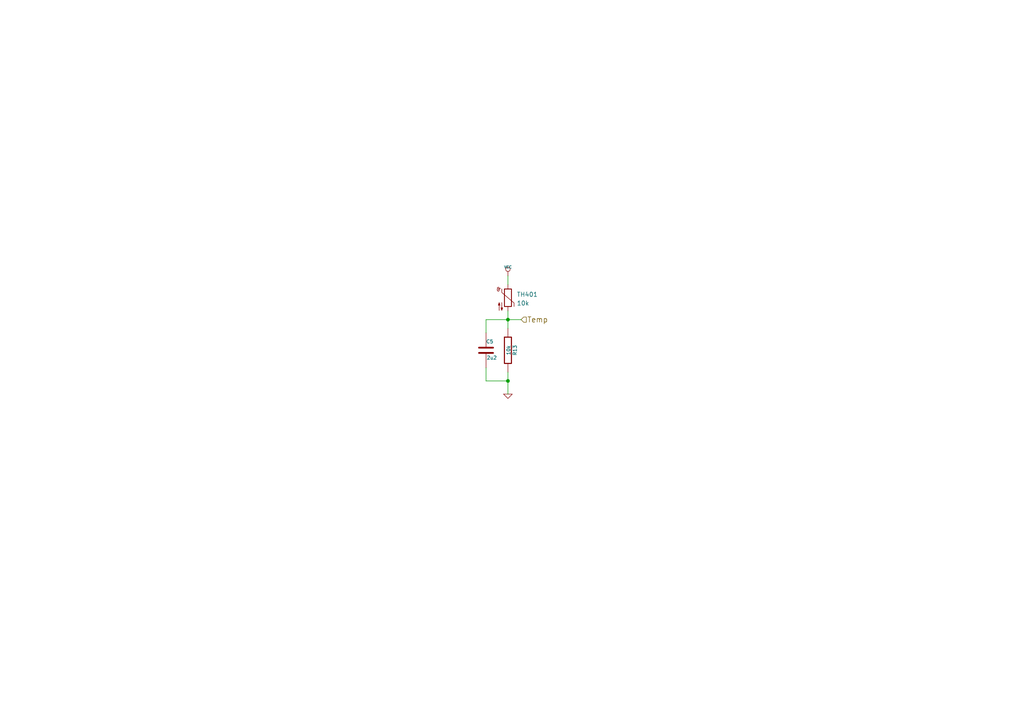
<source format=kicad_sch>
(kicad_sch (version 20250114) (generator "eeschema") (generator_version "9.0")
  (paper "A4")
  (title_block (title "Cheap FOCer 2") (date "2020-04-08") (rev "0.9") (company "Shaman Systems") (comment 1 "Root") (comment 4 "Top level"))
  (lib_symbols
    (symbol "BLDC_4-rescue:C-RESCUE-BLDC_4" (pin_numbers (hide yes)) (pin_names (offset 0.254))
      (property "Reference" "C" (at 0 2.54 0))
      (property "Value" "BLDC_4-rescue_C-RESCUE-BLDC_4" (at 0.1524 -2.159 0))
      (symbol "C-RESCUE-BLDC_4_0_1"
        (polyline (pts (xy -2.032 0.762) (xy 2.032 0.762)) (stroke (width 0.508)))
        (polyline (pts (xy -2.032 -0.762) (xy 2.032 -0.762)) (stroke (width 0.508)))
      )
      (symbol "C-RESCUE-BLDC_4_1_1"
        (pin passive line (at 0 5.08 270) (length 4.318) (name "~") (number "1"))
        (pin passive line (at 0 -5.08 90) (length 4.318) (name "~") (number "2"))
      )
    )
    (symbol "BLDC_4-rescue:GND-RESCUE-BLDC_4" (power) (pin_names (offset 0))
      (symbol "GND-RESCUE-BLDC_4_0_1"
        (polyline (pts (xy -1.27 0) (xy 0 -1.27) (xy 1.27 0) (xy -1.27 0)))
      )
      (symbol "GND-RESCUE-BLDC_4_1_1"
        (pin power_in line (at 0 0 90) (length 0) (hide yes) (name "GND") (number "1"))
      )
    )
    (symbol "BLDC_4-rescue:R-RESCUE-BLDC_4" (pin_numbers (hide yes)) (pin_names (offset 0))
      (property "Reference" "R" (at 2.032 0 90))
      (property "Value" "BLDC_4-rescue_R-RESCUE-BLDC_4" (at 0.1778 0.0254 90))
      (symbol "R-RESCUE-BLDC_4_0_1"
        (rectangle (start -1.016 3.81) (end 1.016 -3.81) (stroke (width 0.3048)))
      )
      (symbol "R-RESCUE-BLDC_4_1_1"
        (pin passive line (at 0 6.35 270) (length 2.54) (name "~") (number "1"))
        (pin passive line (at 0 -6.35 90) (length 2.54) (name "~") (number "2"))
      )
    )
    (symbol "BLDC_4-rescue:VCC" (power) (pin_names (offset 0))
      (property "Value" "BLDC_4-rescue_VCC" (at 0 3.81 0))
      (symbol "VCC_0_1"
        (circle (center 0 1.905) (radius 0.635))
        (polyline (pts (xy 0 0) (xy 0 1.27)))
      )
      (symbol "VCC_1_1"
        (pin power_in line (at 0 0 90) (length 0) (hide yes) (name "VCC") (number "1"))
      )
    )
    (symbol "Device:Thermistor_NTC" (pin_numbers (hide yes)) (pin_names (offset 0))
      (property "Reference" "TH" (at -4.445 0 90))
      (property "Value" "Thermistor_NTC" (at 3.175 0 90))
      (symbol "Thermistor_NTC_0_1"
        (arc (start -3.175 2.413) (mid -3.0506 2.3165) (end -3.048 2.159))
        (arc (start -3.048 2.794) (mid -2.9736 2.9736) (end -2.794 3.048))
        (arc (start -2.794 3.048) (mid -2.6144 2.9736) (end -2.54 2.794))
        (arc (start -2.794 2.54) (mid -2.9736 2.6144) (end -3.048 2.794))
        (arc (start -2.794 1.905) (mid -2.9736 1.9794) (end -3.048 2.159))
        (arc (start -2.54 2.159) (mid -2.6144 1.9794) (end -2.794 1.905))
        (arc (start -2.159 2.794) (mid -2.434 2.5608) (end -2.794 2.54))
        (polyline (pts (xy -2.54 2.159) (xy -2.54 2.794)))
        (polyline (pts (xy -2.54 -3.683) (xy -2.54 -1.397) (xy -2.794 -2.159) (xy -2.286 -2.159) (xy -2.54 -1.397) (xy -2.54 -1.651)) (fill (type outline)))
        (polyline (pts (xy -1.778 2.54) (xy -1.778 1.524) (xy 1.778 -1.524) (xy 1.778 -2.54)))
        (polyline (pts (xy -1.778 -1.397) (xy -1.778 -3.683) (xy -2.032 -2.921) (xy -1.524 -2.921) (xy -1.778 -3.683) (xy -1.778 -3.429)) (fill (type outline)))
        (rectangle (start -1.016 2.54) (end 1.016 -2.54) (stroke (width 0.254)))
      )
      (symbol "Thermistor_NTC_1_1"
        (pin passive line (at 0 3.81 270) (length 1.27) (name "~") (number "1"))
        (pin passive line (at 0 -3.81 90) (length 1.27) (name "~") (number "2"))
      )
    )
  )
  (junction (at 147.32 92.71))
  (junction (at 147.32 110.49))
  (wire (pts (xy 140.97 92.71) (xy 140.97 96.52)))
  (wire (pts (xy 140.97 110.49) (xy 147.32 110.49)))
  (wire (pts (xy 147.32 90.17) (xy 147.32 92.71)))
  (wire (pts (xy 147.32 110.49) (xy 147.32 114.3)))
  (wire (pts (xy 147.32 107.95) (xy 147.32 110.49)))
  (wire (pts (xy 140.97 92.71) (xy 147.32 92.71)))
  (wire (pts (xy 147.32 92.71) (xy 147.32 95.25)))
  (wire (pts (xy 147.32 92.71) (xy 151.13 92.71)))
  (wire (pts (xy 140.97 106.68) (xy 140.97 110.49)))
  (wire (pts (xy 147.32 80.01) (xy 147.32 82.55)))
  (hierarchical_label "Temp" (shape input) (at 151.13 92.71 0) (effects (font (size 1.524 1.524))))
  (symbol (lib_id "BLDC_4-rescue:R-RESCUE-BLDC_4") (at 147.32 101.6 0) (unit 1)
    (property "Reference" "R13" (at 149.352 101.6 90) (effects (font (size 1.016 1.016))))
    (property "Value" "10k" (at 147.4978 101.5746 90) (effects (font (size 1.016 1.016))))
    (property "Footprint" "Resistor_SMD:R_0402_1005Metric" (effects (hide yes)))
  )
  (symbol (lib_id "BLDC_4-rescue:C-RESCUE-BLDC_4") (at 140.97 101.6 0) (unit 1)
    (property "Reference" "C5" (at 140.97 99.06 0) (effects (font (size 1.016 1.016)) (justify left)))
    (property "Value" "2u2" (at 141.1224 103.759 0) (effects (font (size 1.016 1.016)) (justify left)))
    (property "Footprint" "Capacitor_SMD:C_1206_3216Metric" (effects (hide yes)))
  )
  (symbol (lib_id "BLDC_4-rescue:VCC") (at 147.32 80.01 0) (unit 1)
    (property "Reference" "#PWR021" (effects (hide yes)))
    (property "Value" "VCC" (at 147.32 77.47 0) (effects (font (size 0.762 0.762))))
  )
  (symbol (lib_id "BLDC_4-rescue:GND-RESCUE-BLDC_4") (at 147.32 114.3 0) (unit 1)
    (property "Reference" "#PWR022" (effects (hide yes)))
    (property "Value" "GND" (effects (hide yes)))
  )
  (symbol (lib_id "Device:Thermistor_NTC") (at 147.32 86.36 0) (unit 1)
    (property "Reference" "TH401" (at 149.86 85.4074 0) (effects (justify left)))
    (property "Value" "10k" (at 149.86 87.9474 0) (effects (justify left)))
    (property "Footprint" "Resistor_SMD:R_0402_1005Metric" (effects (hide yes)))
    (property "Description" "Temperature dependent resistor, negative temperature coefficient" (effects (hide yes)))
  )
)
</source>
